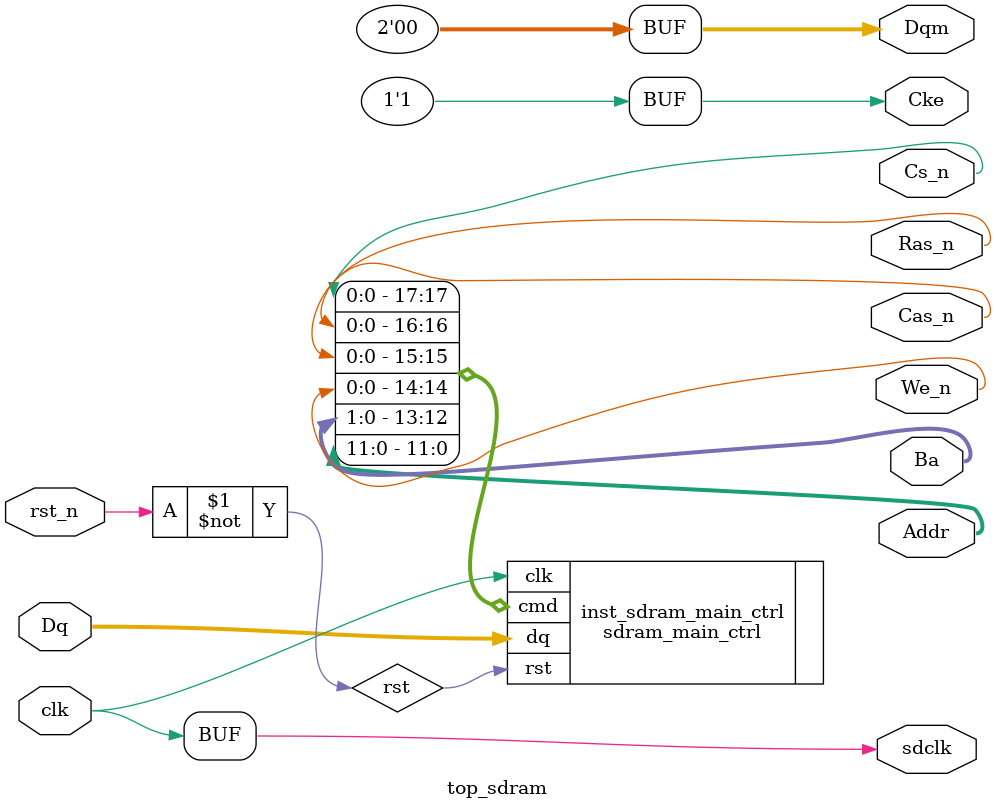
<source format=v>

module top_sdram(
	input					clk,
	input					rst_n,
	inout      [15 : 0] 	Dq,
    output     [11 : 0] 	Addr,
    output     [1 : 0] 		Ba,
    output     				sdclk,
    output              	Cke,
    output 					Cs_n,
    output 					Ras_n,
    output					Cas_n,
    output 					We_n,
    output     [1: 0] 		Dqm       
	);

wire rst;
assign Dqm = 2'b00;
assign rst = ~rst_n;
assign Cke = 1'b1;
assign sdclk = clk;//50 Mhz

	sdram_main_ctrl inst_sdram_main_ctrl (
			.clk (clk),
			.rst (rst),
			.cmd ({Cs_n,Ras_n,Cas_n,We_n,Ba,Addr}),
			.dq(Dq)
		);


endmodule 
</source>
